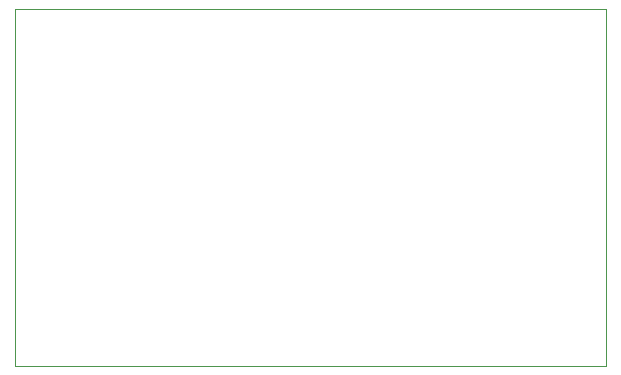
<source format=gbr>
%TF.GenerationSoftware,KiCad,Pcbnew,9.0.5*%
%TF.CreationDate,2025-10-30T10:34:48+09:00*%
%TF.ProjectId,MCU_Datalogger,4d43555f-4461-4746-916c-6f676765722e,1*%
%TF.SameCoordinates,Original*%
%TF.FileFunction,Profile,NP*%
%FSLAX46Y46*%
G04 Gerber Fmt 4.6, Leading zero omitted, Abs format (unit mm)*
G04 Created by KiCad (PCBNEW 9.0.5) date 2025-10-30 10:34:48*
%MOMM*%
%LPD*%
G01*
G04 APERTURE LIST*
%TA.AperFunction,Profile*%
%ADD10C,0.050000*%
%TD*%
G04 APERTURE END LIST*
D10*
X135763000Y-59436000D02*
X185801000Y-59436000D01*
X185801000Y-89662000D01*
X135763000Y-89662000D01*
X135763000Y-59436000D01*
M02*

</source>
